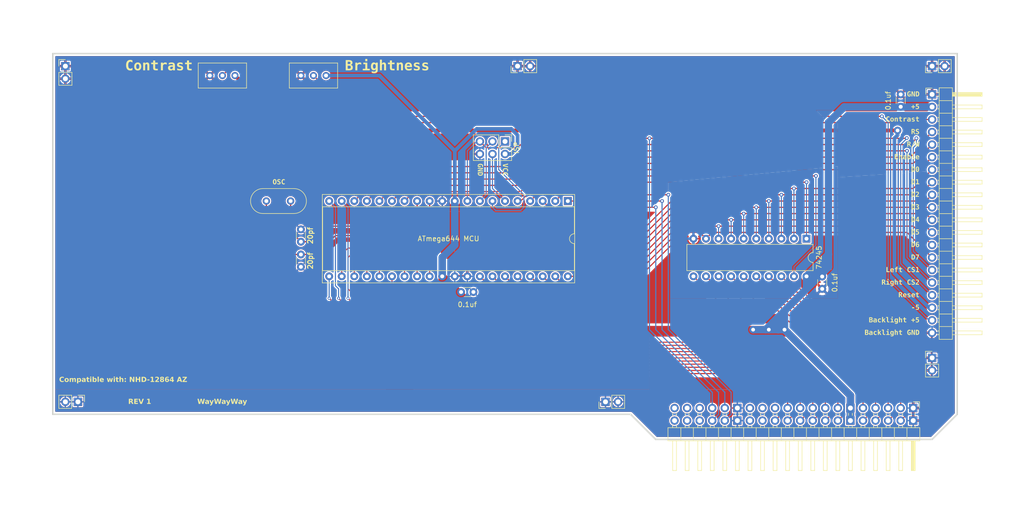
<source format=kicad_pcb>
(kicad_pcb (version 20221018) (generator pcbnew)
  (layers (0 "F.Cu" signal) (31 "B.Cu" signal) (34 "B.Paste" user) (35 "F.Paste" user) (36 "B.SilkS" user "B.Silkscreen") (37 "F.SilkS" user "F.Silkscreen") (38 "B.Mask" user) (39 "F.Mask" user) (44 "Edge.Cuts" user))
  (net 0 "")
  (net 1 "GND")
  (net 2 "D0")
  (net 3 "D1")
  (net 4 "D2")
  (net 5 "D3")
  (net 6 "D4")
  (net 7 "D5")
  (net 8 "D6")
  (net 9 "D7")
  (net 10 "A0")
  (net 11 "A1")
  (net 12 "A2")
  (net 13 "A3")
  (net 14 "A4")
  (net 15 "A5")
  (net 16 "A6")
  (net 17 "A7")
  (net 18 "A8")
  (net 19 "A9")
  (net 20 "A10")
  (net 21 "A11")
  (net 22 "A12")
  (net 23 "A13")
  (net 24 "A14")
  (net 25 "A15")
  (net 26 "A16")
  (net 27 "A17")
  (net 28 "A18")
  (net 29 "A19")
  (net 30 "+5")
  (net 31 "Read")
  (net 32 "Write")
  (net 33 "Select")
  (net 34 "Reset")
  (net 35 "PClock")
  (net 36 "INTRQ")
  (net 37 "RW")
  (net 38 "RS")
  (net 39 "CS1")
  (net 40 "Enable")
  (net 41 "Contrast")
  (net 42 "CS2")
  (net 43 "-5")
  (net 44 "BackLight")
  (net 45 "DD0")
  (net 46 "DD2")
  (net 47 "DD1")
  (net 48 "DD3")
  (net 49 "DD4")
  (net 50 "DD5")
  (net 51 "DD6")
  (net 52 "DD7")
  (net 53 "DEN")
  (net 54 "XTAL1")
  (net 55 "XTAL2")
  (net 56 "Clock")
  (net 57 "MOSI")
  (net 58 "MISO")
  (net 59 "DDR")
  (footprint "Connector_PinHeader_2.54mm:PinHeader_2x20_P2.54mm_Horizontal" (layer "F.Cu") (at 703.56984 441.30984 -90)
    (fp_text reference "20pin conn." hide)
    (fp_text value "PinHeader_2x20_P2.54mm_Horizontal")
  )
  (footprint "Package_DIP:DIP-40_W15.24mm_Socket" (layer "F.Cu") (at 633.73 399.41 -90)
    (fp_text reference "ATmega644 MCU")
    (fp_text value "DIP-40_W15.24mm_Socket")
  )
  (footprint "Potentiometer_THT:Potentiometer_Bourns_3386C_Horizontal" (layer "F.Cu") (at 579.755 374.01 90)
    (fp_text reference " " hide)
    (fp_text value "Potentiometer_Bourns_3386C_Horizontal")
  )
  (footprint "Connector_PinHeader_2.54mm:PinHeader_1x02_P2.54mm_Vertical" (layer "F.Cu") (at 641.345 440.05 90)
    (fp_text reference "REF**" hide)
    (fp_text value "PinHeader_1x02_P2.54mm_Vertical")
  )
  (footprint "Capacitor_THT:C_Disc_D3.0mm_W1.6mm_P2.50mm" (layer "F.Cu") (at 579.755 410.225 -90)
    (fp_text reference "20pf")
    (fp_text value "C_Disc_D3.0mm_W1.6mm_P2.50mm")
  )
  (footprint "Package_DIP:DIP-20_W7.62mm" (layer "F.Cu") (at 681.99 407.03 -90)
    (fp_text reference "74245")
    (fp_text value "DIP-20_W7.62mm")
  )
  (footprint "Connector_PinHeader_2.54mm:PinHeader_1x02_P2.54mm_Vertical" (layer "F.Cu") (at 532.13 372.105)
    (fp_text reference " " hide)
    (fp_text value "PinHeader_1x02_P2.54mm_Vertical")
  )
  (footprint "Capacitor_THT:C_Disc_D3.0mm_W1.6mm_P2.50mm" (layer "F.Cu") (at 685.165 417.19 90)
    (fp_text reference "0.1uf")
    (fp_text value "C_Disc_D3.0mm_W1.6mm_P2.50mm")
  )
  (footprint "Connector_PinHeader_2.54mm:PinHeader_1x02_P2.54mm_Vertical" (layer "F.Cu") (at 623.565 372.105 90)
    (fp_text reference "REF**" hide)
    (fp_text value "PinHeader_1x02_P2.54mm_Vertical")
  )
  (footprint "Connector_PinHeader_2.54mm:PinHeader_1x02_P2.54mm_Vertical" (layer "F.Cu") (at 534.67 440.05 -90)
    (fp_text reference " " hide)
    (fp_text value "PinHeader_1x02_P2.54mm_Vertical")
  )
  (footprint "Capacitor_THT:C_Disc_D3.0mm_W1.6mm_P2.50mm" (layer "F.Cu") (at 612.14 417.825)
    (fp_text reference "0.1uf")
    (fp_text value "C_Disc_D3.0mm_W1.6mm_P2.50mm")
  )
  (footprint "Potentiometer_THT:Potentiometer_Bourns_3386C_Horizontal" (layer "F.Cu") (at 561.34 374.01 90)
    (fp_text reference " " hide)
    (fp_text value "Potentiometer_Bourns_3386C_Horizontal")
  )
  (footprint "Connector_PinHeader_2.54mm:PinHeader_2x03_P2.54mm_Vertical" (layer "F.Cu") (at 621.03 387.345 -90)
    (fp_text reference "ISP")
    (fp_text value "PinHeader_2x03_P2.54mm_Vertical")
  )
  (footprint "Connector_PinHeader_2.54mm:PinHeader_1x02_P2.54mm_Vertical" (layer "F.Cu") (at 707.385 372.105 90)
    (fp_text reference "REF**" hide)
    (fp_text value "PinHeader_1x02_P2.54mm_Vertical")
  )
  (footprint "Connector_PinHeader_2.54mm:PinHeader_1x02_P2.54mm_Vertical" (layer "F.Cu") (at 707.39 431.155)
    (fp_text reference " " hide)
    (fp_text value "PinHeader_1x02_P2.54mm_Vertical")
  )
  (footprint "Crystal:Crystal_HC18-U_Vertical" (layer "F.Cu") (at 577.67 399.41 180)
    (fp_text reference "OSC" hide)
    (fp_text value "Crystal_HC18-U_Vertical")
  )
  (footprint "Capacitor_THT:C_Disc_D3.0mm_W1.6mm_P2.50mm" (layer "F.Cu") (at 579.755 407.645 90)
    (fp_text reference "20pf")
    (fp_text value "C_Disc_D3.0mm_W1.6mm_P2.50mm")
  )
  (footprint "Capacitor_THT:C_Disc_D3.0mm_W1.6mm_P2.50mm" (layer "F.Cu") (at 701.04 377.825 -90)
    (fp_text reference "0.1uf")
    (fp_text value "C_Disc_D3.0mm_W1.6mm_P2.50mm")
  )
  (footprint "Connector_PinHeader_2.54mm:PinHeader_1x20_P2.54mm_Horizontal" (layer "F.Cu") (at 707.385 377.82)
    (fp_text reference " " hide)
    (fp_text value "PinHeader_1x20_P2.54mm_Horizontal")
  )
  (gr_line (start 651.49984 447.65984) (end 646.41984 442.57984) (stroke (width 0.3)) (layer "Edge.Cuts"))
  (gr_line (start 529.59 369.565) (end 712.47 369.565) (stroke (width 0.3)) (layer "Edge.Cuts"))
  (gr_line (start 529.57984 442.57984) (end 529.59 369.565) (stroke (width 0.3)) (layer "Edge.Cuts"))
  (gr_line (start 712.47 442.57984) (end 712.47 369.565) (stroke (width 0.3)) (layer "Edge.Cuts"))
  (gr_line (start 707.39 447.65984) (end 712.47 442.57984) (stroke (width 0.3)) (layer "Edge.Cuts"))
  (gr_line (start 646.41984 442.57984) (end 529.57984 442.57984) (stroke (width 0.3)) (layer "Edge.Cuts"))
  (gr_line (start 651.49984 447.65984) (end 707.39 447.65984) (stroke (width 0.3)) (layer "Edge.Cuts"))
  (gr_text "R/W" (at 704.85 387.98) (layer "F.SilkS") (effects (font (size 1.016 1.016) (thickness 0.127) bold) (justify right)))
  (gr_text "Contrast" (at 704.85 382.9) (layer "F.SilkS") (effects (font (size 1.016 1.016) (thickness 0.127) bold) (justify right)))
  (gr_text "GND" (at 704.85 377.82) (layer "F.SilkS") (effects (font (size 1.016 1.016) (thickness 0.127) bold) (justify right)))
  (gr_text "Reset" (at 704.85 418.46) (layer "F.SilkS") (effects (font (size 1.016 1.016) (thickness 0.127) bold) (justify right)))
  (gr_text "D3" (at 704.85 400.68) (layer "F.SilkS") (effects (font (size 1.016 1.016) (thickness 0.127) bold) (justify right)))
  (gr_text "D0" (at 704.85 393.06) (layer "F.SilkS") (effects (font (size 1.016 1.016) (thickness 0.127) bold) (justify right)))
  (gr_text "+5" (at 704.85 380.36) (layer "F.SilkS") (effects (font (size 1.016 1.016) (thickness 0.127) bold) (justify right)))
  (gr_text "Enable" (at 704.85 390.52) (layer "F.SilkS") (effects (font (size 1.016 1.016) (thickness 0.127) bold) (justify right)))
  (gr_text "Left CS1" (at 704.85 413.38) (layer "F.SilkS") (effects (font (size 1.016 1.016) (thickness 0.127) bold) (justify right)))
  (gr_text "OSC" (at 575.31 395.605) (layer "F.SilkS") (effects (font (size 1.016 1.016) (thickness 0.127) bold)))
  (gr_text "Backlight GND" (at 704.85 426.085) (layer "F.SilkS") (effects (font (size 1.016 1.016) (thickness 0.127) bold) (justify right)))
  (gr_text "REV 1" (at 544.83 440.05) (layer "F.SilkS") (effects (font (size 1.016 1.016) (thickness 0.254) bold) (justify left)))
  (gr_text "VCC" (at 621.03 393.065 270) (layer "F.SilkS") (effects (font (size 1.016 1.016) (thickness 0.127) bold)))
  (gr_text "RS" (at 704.85 385.44) (layer "F.SilkS") (effects (font (size 1.016 1.016) (thickness 0.127) bold) (justify right)))
  (gr_text "Compatible with: NHD-12864 AZ" (at 530.86 435.605) (layer "F.SilkS") (effects (font (size 1.016 1.016) (thickness 0.15875) bold) (justify left)))
  (gr_text "WayWayWay" (at 558.8 440.05) (layer "F.SilkS") (effects (font (size 1.016 1.016) (thickness 0.254) bold) (justify left)))
  (gr_text "GND" (at 615.95 393.065 270) (layer "F.SilkS") (effects (font (size 1.016 1.016) (thickness 0.127) bold)))
  (gr_text "Brightness" (at 588.645 372.11) (layer "F.SilkS") (effects (font (size 2.032 2.032) (thickness 0.127) bold) (justify left)))
  (gr_text "-5" (at 704.85 421) (layer "F.SilkS") (effects (font (size 1.016 1.016) (thickness 0.127) bold) (justify right)))
  (gr_text "Right CS2" (at 704.85 415.92) (layer "F.SilkS") (effects (font (size 1.016 1.016) (thickness 0.127) bold) (justify right)))
  (gr_text "D2" (at 704.85 398.14) (layer "F.SilkS") (effects (font (size 1.016 1.016) (thickness 0.127) bold) (justify right)))
  (gr_text "D5" (at 704.85 405.76) (layer "F.SilkS") (effects (font (size 1.016 1.016) (thickness 0.127) bold) (justify right)))
  (gr_text "D1" (at 704.85 395.6) (layer "F.SilkS") (effects (font (size 1.016 1.016) (thickness 0.127) bold) (justify right)))
  (gr_text "D4" (at 704.85 403.22) (layer "F.SilkS") (effects (font (size 1.016 1.016) (thickness 0.127) bold) (justify right)))
  (gr_text "Contrast" (at 544.195 372.11) (layer "F.SilkS") (effects (font (size 2.032 2.032) (thickness 0.127) bold) (justify left)))
  (gr_text "D7" (at 704.85 410.84) (layer "F.SilkS") (effects (font (size 1.016 1.016) (thickness 0.127) bold) (justify right)))
  (gr_text "D6" (at 704.85 408.3) (layer "F.SilkS") (effects (font (size 1.016 1.016) (thickness 0.127) bold) (justify right)))
  (gr_text "Backlight +5" (at 704.85 423.545) (layer "F.SilkS") (effects (font (size 1.016 1.016) (thickness 0.127) bold) (justify right)))
  (segment (start 613.41 414.65) (end 610.87 414.65) (width 0.2286) (layer "B.Cu") (net 1))
  (segment (start 702.31 442.56968) (end 702.31 438.78) (width 0.2) (layer "F.Cu") (net 2))
  (segment (start 680.72 417.19) (end 679.45 417.19) (width 0.2) (layer "F.Cu") (net 2))
  (segment (start 701.02984 443.84984) (end 702.31 442.56968) (width 0.2) (layer "F.Cu") (net 2))
  (segment (start 702.31 438.78) (end 680.72 417.19) (width 0.2) (layer "F.Cu") (net 2))
  (segment (start 679.45 417.19) (end 676.91 414.65) (width 0.2) (layer "F.Cu") (net 2))
  (segment (start 701.02984 441.30984) (end 701.02984 438.76984) (width 0.2) (layer "F.Cu") (net 3))
  (segment (start 677.545 417.825) (end 674.37 414.65) (width 0.2) (layer "F.Cu") (net 3))
  (segment (start 680.085 417.825) (end 677.545 417.825) (width 0.2) (layer "F.Cu") (net 3))
  (segment (start 701.02984 438.76984) (end 680.085 417.825) (width 0.2) (layer "F.Cu") (net 3))
  (segment (start 699.78016 438.79016) (end 679.45 418.46) (width 0.2) (layer "F.Cu") (net 4))
  (segment (start 675.64 418.46) (end 671.83 414.65) (width 0.2) (layer "F.Cu") (net 4))
  (segment (start 698.5 443.86) (end 699.78016 442.57984) (width 0.2) (layer "F.Cu") (net 4))
  (segment (start 679.45 418.46) (end 675.64 418.46) (width 0.2) (layer "F.Cu") (net 4))
  (segment (start 699.78016 442.57984) (end 699.78016 438.79016) (width 0.2) (layer "F.Cu") (net 4))
  (segment (start 698.5 441.32) (end 698.5 438.78) (width 0.2) (layer "F.Cu") (net 5))
  (segment (start 673.735 419.095) (end 669.29 414.65) (width 0.2) (layer "F.Cu") (net 5))
  (segment (start 678.815 419.095) (end 673.735 419.095) (width 0.2) (layer "F.Cu") (net 5))
  (segment (start 698.5 438.78) (end 678.815 419.095) (width 0.2) (layer "F.Cu") (net 5))
  (segment (start 697.24016 442.57984) (end 697.24016 438.79016) (width 0.2) (layer "F.Cu") (net 6))
  (segment (start 671.83 419.73) (end 666.75 414.65) (width 0.2) (layer "F.Cu") (net 6))
  (segment (start 697.24016 438.79016) (end 678.18 419.73) (width 0.2) (layer "F.Cu") (net 6))
  (segment (start 695.96 443.86) (end 697.24016 442.57984) (width 0.2) (layer "F.Cu") (net 6))
  (segment (start 678.18 419.73) (end 671.83 419.73) (width 0.2) (layer "F.Cu") (net 6))
  (segment (start 695.96 438.78) (end 677.545 420.365) (width 0.2) (layer "F.Cu") (net 7))
  (segment (start 677.545 420.365) (end 669.925 420.365) (width 0.2) (layer "F.Cu") (net 7))
  (segment (start 669.925 420.365) (end 664.21 414.65) (width 0.2) (layer "F.Cu") (net 7))
  (segment (start 695.96 441.32) (end 695.96 438.78) (width 0.2) (layer "F.Cu") (net 7))
  (segment (start 676.91 421) (end 668.02 421) (width 0.2) (layer "F.Cu") (net 8))
  (segment (start 693.42 443.86) (end 694.70016 442.57984) (width 0.2) (layer "F.Cu") (net 8))
  (segment (start 694.70016 442.57984) (end 694.70016 438.79016) (width 0.2) (layer "F.Cu") (net 8))
  (segment (start 668.02 421) (end 661.67 414.65) (width 0.2) (layer "F.Cu") (net 8))
  (segment (start 694.70016 438.79016) (end 676.91 421) (width 0.2) (layer "F.Cu") (net 8))
  (segment (start 666.115 421.635) (end 659.13 414.65) (width 0.2) (layer "F.Cu") (net 9))
  (segment (start 676.275 421.635) (end 666.115 421.635) (width 0.2) (layer "F.Cu") (net 9))
  (segment (start 693.42 441.32) (end 693.42 438.78) (width 0.2) (layer "F.Cu") (net 9))
  (segment (start 693.42 438.78) (end 676.275 421.635) (width 0.2) (layer "F.Cu") (net 9))
  (segment (start 688.34 443.86) (end 689.62016 442.57984) (width 0.2) (layer "F.Cu") (net 10))
  (segment (start 689.62016 442.57984) (end 689.62016 440.06016) (width 0.2) (layer "F.Cu") (net 10))
  (segment (start 607.06 417.19) (end 607.06 410.205) (width 0.2) (layer "F.Cu") (net 10))
  (segment (start 617.855 427.985) (end 607.06 417.19) (width 0.2) (layer "F.Cu") (net 10))
  (segment (start 607.06 410.205) (end 605.79 408.935) (width 0.2) (layer "F.Cu") (net 10))
  (segment (start 605.79 408.935) (end 589.28 408.935) (width 0.2) (layer "F.Cu") (net 10))
  (segment (start 689.62016 440.06016) (end 677.545 427.985) (width 0.2) (layer "F.Cu") (net 10))
  (segment (start 677.545 427.985) (end 617.855 427.985) (width 0.2) (layer "F.Cu") (net 10))
  (segment (start 589.28 408.935) (end 588.01 410.205) (width 0.2) (layer "F.Cu") (net 10))
  (segment (start 588.01 410.205) (end 588.01 414.65) (width 0.2) (layer "F.Cu") (net 10))
  (segment (start 604.52 411.475) (end 603.25 410.205) (width 0.2) (layer "F.Cu") (net 11))
  (segment (start 688.34 440.05) (end 676.91 428.62) (width 0.2) (layer "F.Cu") (net 11))
  (segment (start 591.82 410.205) (end 590.55 411.475) (width 0.2) (layer "F.Cu") (net 11))
  (segment (start 603.25 410.205) (end 591.82 410.205) (width 0.2) (layer "F.Cu") (net 11))
  (segment (start 615.95 428.62) (end 604.52 417.19) (width 0.2) (layer "F.Cu") (net 11))
  (segment (start 590.55 411.475) (end 590.55 414.65) (width 0.2) (layer "F.Cu") (net 11))
  (segment (start 604.52 417.19) (end 604.52 411.475) (width 0.2) (layer "F.Cu") (net 11))
  (segment (start 688.34 441.32) (end 688.34 440.05) (width 0.2) (layer "F.Cu") (net 11))
  (segment (start 676.91 428.62) (end 615.95 428.62) (width 0.2) (layer "F.Cu") (net 11))
  (segment (start 687.08016 442.57984) (end 687.08016 440.06016) (width 0.2) (layer "F.Cu") (net 12))
  (segment (start 601.98 412.745) (end 600.71 411.475) (width 0.2) (layer "F.Cu") (net 12))
  (segment (start 614.045 429.255) (end 601.98 417.19) (width 0.2) (layer "F.Cu") (net 12))
  (segment (start 687.08016 440.06016) (end 676.275 429.255) (width 0.2) (layer "F.Cu") (net 12))
  (segment (start 685.8 443.86) (end 687.08016 442.57984) (width 0.2) (layer "F.Cu") (net 12))
  (segment (start 593.09 412.745) (end 593.09 414.65) (width 0.2) (layer "F.Cu") (net 12))
  (segment (start 594.36 411.475) (end 593.09 412.745) (width 0.2) (layer "F.Cu") (net 12))
  (segment (start 600.71 411.475) (end 594.36 411.475) (width 0.2) (layer "F.Cu") (net 12))
  (segment (start 601.98 417.19) (end 601.98 412.745) (width 0.2) (layer "F.Cu") (net 12))
  (segment (start 676.275 429.255) (end 614.045 429.255) (width 0.2) (layer "F.Cu") (net 12))
  (segment (start 612.14 429.89) (end 599.44 417.19) (width 0.2) (layer "F.Cu") (net 13))
  (segment (start 675.64 429.89) (end 612.14 429.89) (width 0.2) (layer "F.Cu") (net 13))
  (segment (start 595.63 413.38) (end 595.63 414.65) (width 0.2) (layer "F.Cu") (net 13))
  (segment (start 599.44 417.19) (end 599.44 413.38) (width 0.2) (layer "F.Cu") (net 13))
  (segment (start 599.44 413.38) (end 598.805 412.745) (width 0.2) (layer "F.Cu") (net 13))
  (segment (start 596.265 412.745) (end 595.63 413.38) (width 0.2) (layer "F.Cu") (net 13))
  (segment (start 685.8 440.05) (end 675.64 429.89) (width 0.2) (layer "F.Cu") (net 13))
  (segment (start 598.805 412.745) (end 596.265 412.745) (width 0.2) (layer "F.Cu") (net 13))
  (segment (start 685.8 441.32) (end 685.8 440.05) (width 0.2) (layer "F.Cu") (net 13))
  (segment (start 683.26 443.86) (end 684.54016 442.57984) (width 0.2) (layer "F.Cu") (net 14))
  (segment (start 610.235 430.525) (end 598.17 418.46) (width 0.2) (layer "F.Cu") (net 14))
  (segment (start 675.005 430.525) (end 610.235 430.525) (width 0.2) (layer "F.Cu") (net 14))
  (segment (start 684.54016 440.06016) (end 675.005 430.525) (width 0.2) (layer "F.Cu") (net 14))
  (segment (start 598.17 418.46) (end 598.17 414.65) (width 0.2) (layer "F.Cu") (net 14))
  (segment (start 684.54016 442.57984) (end 684.54016 440.06016) (width 0.2) (layer "F.Cu") (net 14))
  (segment (start 595.63 412.11) (end 599.44 412.11) (width 0.2) (layer "F.Cu") (net 15))
  (segment (start 599.44 412.11) (end 600.71 413.38) (width 0.2) (layer "F.Cu") (net 15))
  (segment (start 608.33 431.16) (end 594.36 417.19) (width 0.2) (layer "F.Cu") (net 15))
  (segment (start 594.36 417.19) (end 594.36 413.38) (width 0.2) (layer "F.Cu") (net 15))
  (segment (start 683.26 441.32) (end 683.26 440.05) (width 0.2) (layer "F.Cu") (net 15))
  (segment (start 600.71 413.38) (end 600.71 414.65) (width 0.2) (layer "F.Cu") (net 15))
  (segment (start 674.37 431.16) (end 608.33 431.16) (width 0.2) (layer "F.Cu") (net 15))
  (segment (start 683.26 440.05) (end 674.37 431.16) (width 0.2) (layer "F.Cu") (net 15))
  (segment (start 594.36 413.38) (end 595.63 412.11) (width 0.2) (layer "F.Cu") (net 15))
  (segment (start 601.98 410.84) (end 603.25 412.11) (width 0.2) (layer "F.Cu") (net 16))
  (segment (start 606.425 431.795) (end 591.82 417.19) (width 0.2) (layer "F.Cu") (net 16))
  (segment (start 591.82 412.11) (end 593.09 410.84) (width 0.2) (layer "F.Cu") (net 16))
  (segment (start 680.72 443.86) (end 682.00016 442.57984) (width 0.2) (layer "F.Cu") (net 16))
  (segment (start 591.82 417.19) (end 591.82 412.11) (width 0.2) (layer "F.Cu") (net 16))
  (segment (start 682.00016 440.06016) (end 673.735 431.795) (width 0.2) (layer "F.Cu") (net 16))
  (segment (start 682.00016 442.57984) (end 682.00016 440.06016) (width 0.2) (layer "F.Cu") (net 16))
  (segment (start 593.09 410.84) (end 601.98 410.84) (width 0.2) (layer "F.Cu") (net 16))
  (segment (start 673.735 431.795) (end 606.425 431.795) (width 0.2) (layer "F.Cu") (net 16))
  (segment (start 603.25 412.11) (end 603.25 414.65) (width 0.2) (layer "F.Cu") (net 16))
  (segment (start 604.52 432.43) (end 589.28 417.19) (width 0.2) (layer "F.Cu") (net 17))
  (segment (start 680.72 441.32) (end 680.72 440.05) (width 0.2) (layer "F.Cu") (net 17))
  (segment (start 673.1 432.43) (end 604.52 432.43) (width 0.2) (layer "F.Cu") (net 17))
  (segment (start 680.72 440.05) (end 673.1 432.43) (width 0.2) (layer "F.Cu") (net 17))
  (segment (start 605.79 410.84) (end 605.79 414.65) (width 0.2) (layer "F.Cu") (net 17))
  (segment (start 590.55 409.57) (end 604.52 409.57) (width 0.2) (layer "F.Cu") (net 17))
  (segment (start 589.28 410.84) (end 590.55 409.57) (width 0.2) (layer "F.Cu") (net 17))
  (segment (start 589.28 417.19) (end 589.28 410.84) (width 0.2) (layer "F.Cu") (net 17))
  (segment (start 604.52 409.57) (end 605.79 410.84) (width 0.2) (layer "F.Cu") (net 17))
  (segment (start 679.45 440.05) (end 672.465 433.065) (width 0.2286) (layer "F.Cu") (net 18))
  (segment (start 678.16984 443.84984) (end 679.42968 442.59) (width 0.2286) (layer "F.Cu") (net 18))
  (segment (start 679.45 442.59) (end 679.45 440.05) (width 0.2286) (layer "F.Cu") (net 18))
  (segment (start 679.42968 442.59) (end 679.45 442.59) (width 0.2286) (layer "F.Cu") (net 18))
  (segment (start 603.25 433.065) (end 589.28 419.095) (width 0.2286) (layer "F.Cu") (net 18))
  (segment (start 672.465 433.065) (end 603.25 433.065) (width 0.2286) (layer "F.Cu") (net 18))
  (via (at 589.28 419.095) (size 0.6) (drill 0.3) (layers "F.Cu" "B.Cu") (net 18))
  (segment (start 589.28 400.68) (end 589.28 419.095) (width 0.2286) (layer "B.Cu") (net 18))
  (segment (start 588.01 399.41) (end 589.28 400.68) (width 0.2286) (layer "B.Cu") (net 18))
  (segment (start 678.18 440.05) (end 671.83 433.7) (width 0.2286) (layer "F.Cu") (net 19))
  (segment (start 671.83 433.7) (end 601.98 433.7) (width 0.2286) (layer "F.Cu") (net 19))
  (segment (start 678.16984 441.30984) (end 678.16984 440.06016) (width 0.2286) (layer "F.Cu") (net 19))
  (segment (start 601.98 433.7) (end 587.375 419.095) (width 0.2286) (layer "F.Cu") (net 19))
  (segment (start 678.16984 440.06016) (end 678.18 440.05) (width 0.2286) (layer "F.Cu") (net 19))
  (via (at 587.375 419.095) (size 0.6) (drill 0.3) (layers "F.Cu" "B.Cu") (net 19))
  (segment (start 586.74 416.555) (end 587.375 417.19) (width 0.2286) (layer "B.Cu") (net 19))
  (segment (start 587.375 417.19) (end 587.375 419.095) (width 0.2286) (layer "B.Cu") (net 19))
  (segment (start 586.74 400.68) (end 586.74 416.555) (width 0.2286) (layer "B.Cu") (net 19))
  (segment (start 585.47 399.41) (end 586.74 400.68) (width 0.2286) (layer "B.Cu") (net 19))
  (segment (start 671.195 434.335) (end 600.71 434.335) (width 0.2286) (layer "F.Cu") (net 20))
  (segment (start 676.91 440.05) (end 671.195 434.335) (width 0.2286) (layer "F.Cu") (net 20))
  (segment (start 676.91 442.59) (end 676.91 440.05) (width 0.2286) (layer "F.Cu") (net 20))
  (segment (start 600.71 434.335) (end 585.47 419.095) (width 0.2286) (layer "F.Cu") (net 20))
  (segment (start 676.88968 442.59) (end 676.91 442.59) (width 0.2286) (layer "F.Cu") (net 20))
  (segment (start 675.62984 443.84984) (end 676.88968 442.59) (width 0.2286) (layer "F.Cu") (net 20))
  (via (at 585.47 419.095) (size 0.6) (drill 0.3) (layers "F.Cu" "B.Cu") (net 20))
  (segment (start 585.47 414.65) (end 585.47 419.095) (width 0.2286) (layer "B.Cu") (net 20))
  (segment (start 677.545 425.445) (end 690.86984 438.76984) (width 1.524) (layer "F.Cu") (net 30))
  (segment (start 608.33 414.65) (end 619.125 425.445) (width 1.524) (layer "F.Cu") (net 30))
  (segment (start 608.33 415.6025) (end 618.8075 426.08) (width 1.524) (layer "F.Cu") (net 30))
  (segment (start 608.33 414.65) (end 608.33 415.6025) (width 1.524) (layer "F.Cu") (net 30))
  (segment (start 618.8075 426.08) (end 678.18 426.08) (width 1.524) (layer "F.Cu") (net 30))
  (segment (start 690.86984 438.76984) (end 690.86984 443.84984) (width 1.524) (layer "F.Cu") (net 30))
  (segment (start 619.125 425.445) (end 677.545 425.445) (width 1.524) (layer "F.Cu") (net 30))
  (via (at 671.195 425.445) (size 1.524) (drill 0.762) (layers "F.Cu" "B.Cu") (net 30))
  (via (at 677.545 425.445) (size 1.524) (drill 0.762) (layers "F.Cu" "B.Cu") (net 30))
  (via (at 674.37 425.445) (size 1.524) (drill 0.762) (layers "F.Cu" "B.Cu") (net 30))
  (segment (start 622.3 389.885) (end 621.03 389.885) (width 0.762) (layer "B.Cu") (net 30))
  (segment (start 584.835 374.01) (end 595.63 374.01) (width 0.762) (layer "B.Cu") (net 30))
  (segment (start 610.87 389.25) (end 615.315 384.805) (width 0.762) (layer "B.Cu") (net 30))
  (segment (start 686.435 383.535) (end 689.61 380.36) (width 1.524) (layer "B.Cu") (net 30))
  (segment (start 677.545 425.445) (end 677.545 421.635) (width 1.524) (layer "B.Cu") (net 30))
  (segment (start 610.87 399.41) (end 610.87 389.25) (width 0.762) (layer "B.Cu") (net 30))
  (segment (start 682.625 415.285) (end 686.1175 411.7925) (width 1.524) (layer "B.Cu") (net 30))
  (segment (start 622.3 384.805) (end 623.57 386.075) (width 0.762) (layer "B.Cu") (net 30))
  (segment (start 615.315 384.805) (end 622.3 384.805) (width 0.762) (layer "B.Cu") (net 30))
  (segment (start 677.545 421.635) (end 673.735 425.445) (width 1.524) (layer "B.Cu") (net 30))
  (segment (start 608.33 414.65) (end 608.33 410.84) (width 1.524) (layer "B.Cu") (net 30))
  (segment (start 681.99 414.65) (end 681.99 417.19) (width 1.524) (layer "B.Cu") (net 30))
  (segment (start 623.57 388.615) (end 622.3 389.885) (width 0.762) (layer "B.Cu") (net 30))
  (segment (start 681.99 414.65) (end 686.435 410.205) (width 1.524) (layer "B.Cu") (net 30))
  (segment (start 686.435 412.745) (end 686.435 410.205) (width 1.524) (layer "B.Cu") (net 30))
  (segment (start 681.99 417.19) (end 686.435 412.745) (width 1.524) (layer "B.Cu") (net 30))
  (segment (start 676.275 425.445) (end 671.195 425.445) (width 1.524) (layer "B.Cu") (net 30))
  (segment (start 689.61 380.36) (end 707.385 380.36) (width 1.524) (layer "B.Cu") (net 30))
  (segment (start 681.99 417.19) (end 677.545 421.635) (width 1.524) (layer "B.Cu") (net 30))
  (segment (start 690.86984 438.76984) (end 690.86984 443.84984) (width 1.524) (layer "B.Cu") (net 30))
  (segment (start 676.275 425.445) (end 676.275 423.54) (width 1.524) (layer "B.Cu") (net 30))
  (segment (start 595.63 374.01) (end 610.87 389.25) (width 0.762) (layer "B.Cu") (net 30))
  (segment (start 677.8625 425.7625) (end 690.86984 438.76984) (width 1.524) (layer "B.Cu") (net 30))
  (segment (start 677.545 425.445) (end 676.275 425.445) (width 1.524) (layer "B.Cu") (net 30))
  (segment (start 623.57 386.075) (end 623.57 388.615) (width 0.762) (layer "B.Cu") (net 30))
  (segment (start 608.33 410.84) (end 610.87 408.3) (width 1.524) (layer "B.Cu") (net 30))
  (segment (start 686.435 410.205) (end 686.435 383.535) (width 1.524) (layer "B.Cu") (net 30))
  (segment (start 610.87 408.3) (end 610.87 399.41) (width 1.524) (layer "B.Cu") (net 30))
  (segment (start 654.05 398.14) (end 632.46 398.14) (width 0.2286) (layer "F.Cu") (net 31))
  (segment (start 632.46 398.14) (end 631.19 399.41) (width 0.2286) (layer "F.Cu") (net 31))
  (via (at 654.05 398.14) (size 0.762) (drill 0.381) (layers "F.Cu" "B.Cu") (net 31))
  (segment (start 654.05 425.445) (end 666.75 438.145) (width 0.2286) (layer "B.Cu") (net 31))
  (segment (start 654.05 398.14) (end 654.05 425.445) (width 0.2286) (layer "B.Cu") (net 31))
  (segment (start 666.75 438.145) (end 666.75 442.56968) (width 0.2286) (layer "B.Cu") (net 31))
  (segment (start 666.75 442.56968) (end 665.46984 443.84984) (width 0.2286) (layer "B.Cu") (net 31))
  (segment (start 652.78 399.41) (end 633.73 399.41) (width 0.2286) (layer "F.Cu") (net 32))
  (via (at 652.78 399.41) (size 0.762) (drill 0.381) (layers "F.Cu" "B.Cu") (net 32))
  (segment (start 652.78 425.445) (end 665.46984 438.13484) (width 0.2286) (layer "B.Cu") (net 32))
  (segment (start 665.46984 438.13484) (end 665.46984 441.30984) (width 0.2286) (layer "B.Cu") (net 32))
  (segment (start 652.78 399.41) (end 652.78 425.445) (width 0.2286) (layer "B.Cu") (net 32))
  (segment (start 651.51 400.68) (end 629.92 400.68) (width 0.2286) (layer "F.Cu") (net 33))
  (segment (start 629.92 400.68) (end 628.65 399.41) (width 0.2286) (layer "F.Cu") (net 33))
  (via (at 651.51 400.68) (size 0.762) (drill 0.381) (layers "F.Cu" "B.Cu") (net 33))
  (segment (start 651.51 400.68) (end 651.51 425.445) (width 0.2286) (layer "B.Cu") (net 33))
  (segment (start 664.21 438.145) (end 664.21 442.56968) (width 0.2286) (layer "B.Cu") (net 33))
  (segment (start 664.21 442.56968) (end 662.92984 443.84984) (width 0.2286) (layer "B.Cu") (net 33))
  (segment (start 651.51 425.445) (end 664.21 438.145) (width 0.2286) (layer "B.Cu") (net 33))
  (segment (start 702.262848 386.662848) (end 702.215696 386.71) (width 0.2286) (layer "F.Cu") (net 34))
  (segment (start 702.215696 386.71) (end 625.475 386.71) (width 0.2286) (layer "F.Cu") (net 34))
  (segment (start 623.57 388.615) (end 617.22 388.615) (width 0.2286) (layer "F.Cu") (net 34))
  (segment (start 625.475 386.71) (end 623.57 388.615) (width 0.2286) (layer "F.Cu") (net 34))
  (segment (start 617.22 388.615) (end 615.95 387.345) (width 0.2286) (layer "F.Cu") (net 34))
  (via (at 702.262848 386.662848) (size 0.762) (drill 0.381) (layers "F.Cu" "B.Cu") (net 34))
  (via (at 650.24 386.71) (size 0.762) (drill 0.381) (layers "F.Cu" "B.Cu") (net 34))
  (segment (start 702.262848 386.757152) (end 701.04 387.98) (width 0.2286) (layer "B.Cu") (net 34))
  (segment (start 615.315 387.345) (end 613.41 389.25) (width 0.2286) (layer "B.Cu") (net 34))
  (segment (start 615.95 387.345) (end 615.315 387.345) (width 0.2286) (layer "B.Cu") (net 34))
  (segment (start 650.24 425.445) (end 662.92984 438.13484) (width 0.2286) (layer "B.Cu") (net 34))
  (segment (start 701.04 412.115) (end 707.385 418.46) (width 0.2286) (layer "B.Cu") (net 34))
  (segment (start 662.92984 438.13484) (end 662.92984 441.30984) (width 0.2286) (layer "B.Cu") (net 34))
  (segment (start 613.41 389.25) (end 613.41 399.41) (width 0.2286) (layer "B.Cu") (net 34))
  (segment (start 702.262848 386.662848) (end 702.262848 386.757152) (width 0.2286) (layer "B.Cu") (net 34))
  (segment (start 650.24 386.71) (end 650.24 425.445) (width 0.2286) (layer "B.Cu") (net 34))
  (segment (start 701.04 387.98) (end 701.04 412.115) (width 0.2286) (layer "B.Cu") (net 34))
  (segment (start 623.57 396.235) (end 601.345 396.235) (width 0.2286) (layer "F.Cu") (net 37))
  (segment (start 628.015 391.79) (end 623.57 396.235) (width 0.2286) (layer "F.Cu") (net 37))
  (segment (start 601.345 396.235) (end 598.17 399.41) (width 0.2286) (layer "F.Cu") (net 37))
  (segment (start 707.385 387.98) (end 707.385 387.985) (width 0.2286) (layer "F.Cu") (net 37))
  (segment (start 707.385 387.985) (end 703.58 391.79) (width 0.2286) (layer "F.Cu") (net 37))
  (segment (start 703.58 391.79) (end 628.015 391.79) (width 0.2286) (layer "F.Cu") (net 37))
  (segment (start 707.385 385.44) (end 704.723 388.102) (width 0.2286) (layer "F.Cu") (net 38))
  (segment (start 704.723 388.102) (end 704.723 388.742) (width 0.2286) (layer "F.Cu") (net 38))
  (segment (start 627.38 390.52) (end 622.935 394.965) (width 0.2286) (layer "F.Cu") (net 38))
  (segment (start 704.723 388.742) (end 702.945 390.52) (width 0.2286) (layer "F.Cu") (net 38))
  (segment (start 702.945 390.52) (end 627.38 390.52) (width 0.2286) (layer "F.Cu") (net 38))
  (segment (start 622.935 394.965) (end 600.075 394.965) (width 0.2286) (layer "F.Cu") (net 38))
  (segment (start 600.075 394.965) (end 595.63 399.41) (width 0.2286) (layer "F.Cu") (net 38))
  (segment (start 626.11 387.98) (end 621.665 392.425) (width 0.2286) (layer "F.Cu") (net 39))
  (segment (start 621.665 392.425) (end 597.535 392.425) (width 0.2286) (layer "F.Cu") (net 39))
  (segment (start 704.215 386.71) (end 702.945 387.98) (width 0.2286) (layer "F.Cu") (net 39))
  (segment (start 702.945 387.98) (end 626.11 387.98) (width 0.2286) (layer "F.Cu") (net 39))
  (segment (start 597.535 392.425) (end 590.55 399.41) (width 0.2286) (layer "F.Cu") (net 39))
  (via (at 704.215 386.71) (size 0.762) (drill 0.381) (layers "F.Cu" "B.Cu") (net 39))
  (segment (start 703.58 388.615) (end 703.58 409.575) (width 0.2286) (layer "B.Cu") (net 39))
  (segment (start 704.215 387.98) (end 703.58 388.615) (width 0.2286) (layer "B.Cu") (net 39))
  (segment (start 703.58 409.575) (end 707.385 413.38) (width 0.2286) (layer "B.Cu") (net 39))
  (segment (start 704.215 386.71) (end 704.215 387.98) (width 0.2286) (layer "B.Cu") (net 39))
  (segment (start 624.205 397.505) (end 602.615 397.505) (width 0.2286) (layer "F.Cu") (net 40))
  (segment (start 707.385 390.52) (end 704.845 393.06) (width 0.2286) (layer "F.Cu") (net 40))
  (segment (start 628.65 393.06) (end 624.205 397.505) (width 0.2286) (layer "F.Cu") (net 40))
  (segment (start 602.615 397.505) (end 600.71 399.41) (width 0.2286) (layer "F.Cu") (net 40))
  (segment (start 704.845 393.06) (end 628.65 393.06) (width 0.2286) (layer "F.Cu") (net 40))
  (segment (start 707.385 382.9) (end 699.643 382.9) (width 0.2286) (layer "F.Cu") (net 41))
  (segment (start 699.008 383.535) (end 577.85 383.535) (width 0.2286) (layer "F.Cu") (net 41))
  (segment (start 699.643 382.9) (end 699.008 383.535) (width 0.2286) (layer "F.Cu") (net 41))
  (segment (start 567.055 372.74) (end 565.15 372.74) (width 0.2286) (layer "F.Cu") (net 41))
  (segment (start 565.15 372.74) (end 563.88 374.01) (width 0.2286) (layer "F.Cu") (net 41))
  (segment (start 577.85 383.535) (end 567.055 372.74) (width 0.2286) (layer "F.Cu") (net 41))
  (segment (start 598.805 393.695) (end 593.09 399.41) (width 0.2286) (layer "F.Cu") (net 42))
  (segment (start 626.745 389.25) (end 622.3 393.695) (width 0.2286) (layer "F.Cu") (net 42))
  (segment (start 622.3 393.695) (end 598.805 393.695) (width 0.2286) (layer "F.Cu") (net 42))
  (segment (start 702.31 389.25) (end 626.745 389.25) (width 0.2286) (layer "F.Cu") (net 42))
  (via (at 702.31 389.25) (size 0.762) (drill 0.381) (layers "F.Cu" "B.Cu") (net 42))
  (segment (start 703.58 412.115) (end 707.385 415.92) (width 0.2286) (layer "B.Cu") (net 42))
  (segment (start 703.58 412.11) (end 703.58 412.115) (width 0.2286) (layer "B.Cu") (net 42))
  (segment (start 702.31 410.84) (end 703.58 412.11) (width 0.2286) (layer "B.Cu") (net 42))
  (segment (start 702.31 389.25) (end 702.31 410.84) (width 0.2286) (layer "B.Cu") (net 42))
  (segment (start 577.5325 385.1225) (end 566.42 374.01) (width 0.762) (layer "F.Cu") (net 43))
  (segment (start 700.405 385.1225) (end 577.5325 385.1225) (width 0.762) (layer "F.Cu") (net 43))
  (via (at 700.405 385.1225) (size 1.524) (drill 0.762) (layers "F.Cu" "B.Cu") (net 43))
  (segment (start 700.405 386.075) (end 699.77 386.71) (width 0.762) (layer "B.Cu") (net 43))
  (segment (start 700.405 385.1225) (end 700.405 386.075) (width 0.762) (layer "B.Cu") (net 43))
  (segment (start 706.7525 421) (end 707.385 421) (width 0.762) (layer "B.Cu") (net 43))
  (segment (start 699.77 386.71) (end 699.77 414.0175) (width 0.762) (layer "B.Cu") (net 43))
  (segment (start 699.77 414.0175) (end 706.7525 421) (width 0.762) (layer "B.Cu") (net 43))
  (segment (start 590.55 382.265) (end 582.295 374.01) (width 0.2286) (layer "F.Cu") (net 44))
  (segment (start 697.23 382.265) (end 590.55 382.265) (width 0.2286) (layer "F.Cu") (net 44))
  (via (at 697.23 382.265) (size 0.762) (drill 0.381) (layers "F.Cu" "B.Cu") (net 44))
  (segment (start 698.5 415.285) (end 706.755 423.54) (width 0.2286) (layer "B.Cu") (net 44))
  (segment (start 697.23 382.265) (end 698.5 383.535) (width 0.2286) (layer "B.Cu") (net 44))
  (segment (start 698.5 383.535) (end 698.5 415.285) (width 0.2286) (layer "B.Cu") (net 44))
  (segment (start 706.755 423.54) (end 707.385 423.54) (width 0.2286) (layer "B.Cu") (net 44))
  (segment (start 679.45 396.87) (end 657.225 396.87) (width 0.2286) (layer "F.Cu") (net 45))
  (segment (start 707.39 393.06) (end 707.385 393.06) (width 0.2286) (layer "F.Cu") (net 45))
  (segment (start 657.225 396.87) (end 639.445 414.65) (width 0.2286) (layer "F.Cu") (net 45))
  (segment (start 639.445 414.65) (end 633.73 414.65) (width 0.2286) (layer "F.Cu") (net 45))
  (segment (start 703.575 396.87) (end 679.45 396.87) (width 0.2286) (layer "F.Cu") (net 45))
  (segment (start 707.385 393.06) (end 703.575 396.87) (width 0.2286) (layer "F.Cu") (net 45))
  (via (at 679.45 396.87) (size 0.762) (drill 0.381) (layers "F.Cu" "B.Cu") (net 45))
  (segment (start 679.45 396.87) (end 679.45 407.03) (width 0.2286) (layer "B.Cu") (net 45))
  (segment (start 707.385 398.14) (end 706.115 399.41) (width 0.2286) (layer "F.Cu") (net 46))
  (segment (start 639.445 417.19) (end 631.19 417.19) (width 0.2286) (layer "F.Cu") (net 46))
  (segment (start 631.19 417.19) (end 628.65 414.65) (width 0.2286) (layer "F.Cu") (net 46))
  (segment (start 657.225 399.41) (end 639.445 417.19) (width 0.2286) (layer "F.Cu") (net 46))
  (segment (start 706.115 399.41) (end 674.37 399.41) (width 0.2286) (layer "F.Cu") (net 46))
  (segment (start 674.37 399.41) (end 657.225 399.41) (width 0.2286) (layer "F.Cu") (net 46))
  (via (at 674.37 399.41) (size 0.762) (drill 0.381) (layers "F.Cu" "B.Cu") (net 46))
  (segment (start 674.37 399.41) (end 674.37 407.03) (width 0.2286) (layer "B.Cu") (net 46))
  (segment (start 676.91 398.14) (end 657.225 398.14) (width 0.2286) (layer "F.Cu") (net 47))
  (segment (start 657.225 398.14) (end 639.445 415.92) (width 0.2286) (layer "F.Cu") (net 47))
  (segment (start 704.845 398.14) (end 676.91 398.14) (width 0.2286) (layer "F.Cu") (net 47))
  (segment (start 639.445 415.92) (end 632.46 415.92) (width 0.2286) (layer "F.Cu") (net 47))
  (segment (start 707.385 395.6) (end 704.845 398.14) (width 0.2286) (layer "F.Cu") (net 47))
  (segment (start 632.46 415.92) (end 631.19 414.65) (width 0.2286) (layer "F.Cu") (net 47))
  (via (at 676.91 398.14) (size 0.762) (drill 0.381) (layers "F.Cu" "B.Cu") (net 47))
  (segment (start 676.91 398.14) (end 676.91 407.03) (width 0.2286) (layer "B.Cu") (net 47))
  (segment (start 639.445 418.46) (end 629.92 418.46) (width 0.2286) (layer "F.Cu") (net 48))
  (segment (start 629.92 418.46) (end 626.11 414.65) (width 0.2286) (layer "F.Cu") (net 48))
  (segment (start 657.225 400.68) (end 639.445 418.46) (width 0.2286) (layer "F.Cu") (net 48))
  (segment (start 671.83 400.68) (end 657.225 400.68) (width 0.2286) (layer "F.Cu") (net 48))
  (segment (start 707.385 400.68) (end 671.83 400.68) (width 0.2286) (layer "F.Cu") (net 48))
  (via (at 671.83 400.68) (size 0.762) (drill 0.381) (layers "F.Cu" "B.Cu") (net 48))
  (segment (start 671.83 400.68) (end 671.83 407.03) (width 0.2286) (layer "B.Cu") (net 48))
  (segment (start 707.385 403.22) (end 706.115 401.95) (width 0.2286) (layer "F.Cu") (net 49))
  (segment (start 657.225 401.95) (end 639.445 419.73) (width 0.2286) (layer "F.Cu") (net 49))
  (segment (start 628.65 419.73) (end 623.57 414.65) (width 0.2286) (layer "F.Cu") (net 49))
  (segment (start 639.445 419.73) (end 628.65 419.73) (width 0.2286) (layer "F.Cu") (net 49))
  (segment (start 706.115 401.95) (end 669.29 401.95) (width 0.2286) (layer "F.Cu") (net 49))
  (segment (start 669.29 401.95) (end 657.225 401.95) (width 0.2286) (layer "F.Cu") (net 49))
  (via (at 669.29 401.95) (size 0.762) (drill 0.381) (layers "F.Cu" "B.Cu") (net 49))
  (segment (start 669.29 401.95) (end 669.29 407.03) (width 0.2286) (layer "B.Cu") (net 49))
  (segment (start 627.38 421) (end 621.03 414.65) (width 0.2286) (layer "F.Cu") (net 50))
  (segment (start 707.385 405.76) (end 704.845 403.22) (width 0.2286) (layer "F.Cu") (net 50))
  (segment (start 704.845 403.22) (end 666.75 403.22) (width 0.2286) (layer "F.Cu") (net 50))
  (segment (start 657.225 403.22) (end 639.445 421) (width 0.2286) (layer "F.Cu") (net 50))
  (segment (start 666.75 403.22) (end 657.225 403.22) (width 0.2286) (layer "F.Cu") (net 50))
  (segment (start 639.445 421) (end 627.38 421) (width 0.2286) (layer "F.Cu") (net 50))
  (via (at 666.75 403.22) (size 0.762) (drill 0.381) (layers "F.Cu" "B.Cu") (net 50))
  (segment (start 666.75 403.22) (end 666.75 407.03) (width 0.2286) (layer "B.Cu") (net 50))
  (segment (start 664.21 404.49) (end 657.225 404.49) (width 0.2286) (layer "F.Cu") (net 51))
  (segment (start 707.385 408.3) (end 703.575 404.49) (width 0.2286) (layer "F.Cu") (net 51))
  (segment (start 639.445 422.27) (end 626.11 422.27) (width 0.2286) (layer "F.Cu") (net 51))
  (segment (start 626.11 422.27) (end 618.49 414.65) (width 0.2286) (layer "F.Cu") (net 51))
  (segment (start 657.225 404.49) (end 639.445 422.27) (width 0.2286) (layer "F.Cu") (net 51))
  (segment (start 703.575 404.49) (end 664.21 404.49) (width 0.2286) (layer "F.Cu") (net 51))
  (via (at 664.21 404.49) (size 0.762) (drill 0.381) (layers "F.Cu" "B.Cu") (net 51))
  (segment (start 664.21 404.49) (end 664.21 407.03) (width 0.2286) (layer "B.Cu") (net 51))
  (segment (start 624.84 423.54) (end 615.95 414.65) (width 0.2286) (layer "F.Cu") (net 52))
  (segment (start 661.67 407.03) (end 660.4 405.76) (width 0.2286) (layer "F.Cu") (net 52))
  (segment (start 707.385 410.84) (end 702.305 405.76) (width 0.2286) (layer "F.Cu") (net 52))
  (segment (start 657.225 405.76) (end 639.445 423.54) (width 0.2286) (layer "F.Cu") (net 52))
  (segment (start 660.4 405.76) (end 657.225 405.76) (width 0.2286) (layer "F.Cu") (net 52))
  (segment (start 639.445 423.54) (end 624.84 423.54) (width 0.2286) (layer "F.Cu") (net 52))
  (segment (start 702.305 405.76) (end 662.94 405.76) (width 0.2286) (layer "F.Cu") (net 52))
  (segment (start 662.94 405.76) (end 661.67 407.03) (width 0.2286) (layer "F.Cu") (net 52))
  (segment (start 683.895 394.33) (end 629.285 394.33) (width 0.2286) (layer "F.Cu") (net 53))
  (segment (start 624.205 399.41) (end 623.57 399.41) (width 0.2286) (layer "F.Cu") (net 53))
  (segment (start 629.285 394.33) (end 624.205 399.41) (width 0.2286) (layer "F.Cu") (net 53))
  (via (at 683.895 394.33) (size 0.762) (drill 0.381) (layers "F.Cu" "B.Cu") (net 53))
  (segment (start 679.45 412.745) (end 679.45 414.65) (width 0.2) (layer "B.Cu") (net 53))
  (segment (start 683.895 408.3) (end 683.895 394.33) (width 0.2286) (layer "B.Cu") (net 53))
  (segment (start 683.895 408.3) (end 679.45 412.745) (width 0.2) (layer "B.Cu") (net 53))
  (segment (start 582.95 407.645) (end 586.105 404.49) (width 0.25) (layer "F.Cu") (net 54))
  (segment (start 600.075 404.49) (end 603.25 401.315) (width 0.25) (layer "F.Cu") (net 54))
  (segment (start 577.67 405.56) (end 579.755 407.645) (width 0.25) (layer "F.Cu") (net 54))
  (segment (start 586.105 404.49) (end 600.075 404.49) (width 0.25) (layer "F.Cu") (net 54))
  (segment (start 577.67 399.41) (end 577.67 405.56) (width 0.25) (layer "F.Cu") (net 54))
  (segment (start 579.755 407.645) (end 582.95 407.645) (width 0.25) (layer "F.Cu") (net 54))
  (segment (start 603.25 401.315) (end 603.25 399.41) (width 0.25) (layer "F.Cu") (net 54))
  (segment (start 577.235 410.225) (end 579.755 410.225) (width 0.25) (layer "F.Cu") (net 55))
  (segment (start 605.79 401.95) (end 605.79 399.41) (width 0.25) (layer "F.Cu") (net 55))
  (segment (start 572.77 399.41) (end 572.77 405.76) (width 0.25) (layer "F.Cu") (net 55))
  (segment (start 582.91 410.225) (end 586.74 406.395) (width 0.25) (layer "F.Cu") (net 55))
  (segment (start 586.74 406.395) (end 601.345 406.395) (width 0.25) (layer "F.Cu") (net 55))
  (segment (start 579.755 410.225) (end 582.91 410.225) (width 0.25) (layer "F.Cu") (net 55))
  (segment (start 601.345 406.395) (end 605.79 401.95) (width 0.25) (layer "F.Cu") (net 55))
  (segment (start 572.77 405.76) (end 577.235 410.225) (width 0.25) (layer "F.Cu") (net 55))
  (segment (start 618.49 387.345) (end 617.22 388.615) (width 0.2286) (layer "B.Cu") (net 56))
  (segment (start 617.22 388.615) (end 617.22 398.14) (width 0.2286) (layer "B.Cu") (net 56))
  (segment (start 617.22 398.14) (end 615.95 399.41) (width 0.2286) (layer "B.Cu") (net 56))
  (segment (start 621.03 399.41) (end 618.49 396.87) (width 0.2286) (layer "B.Cu") (net 57))
  (segment (start 618.49 396.87) (end 618.49 389.885) (width 0.2286) (layer "B.Cu") (net 57))
  (segment (start 621.03 387.345) (end 619.76 388.615) (width 0.2286) (layer "B.Cu") (net 58))
  (segment (start 619.125 401.315) (end 618.49 400.68) (width 0.2286) (layer "B.Cu") (net 58))
  (segment (start 618.49 400.68) (end 618.49 399.41) (width 0.2286) (layer "B.Cu") (net 58))
  (segment (start 619.76 388.615) (end 619.76 393.06) (width 0.2286) (layer "B.Cu") (net 58))
  (segment (start 624.84 398.14) (end 624.84 400.68) (width 0.2286) (layer "B.Cu") (net 58))
  (segment (start 619.76 393.06) (end 624.84 398.14) (width 0.2286) (layer "B.Cu") (net 58))
  (segment (start 624.84 400.68) (end 624.205 401.315) (width 0.2286) (layer "B.Cu") (net 58))
  (segment (start 624.205 401.315) (end 619.125 401.315) (width 0.2286) (layer "B.Cu") (net 58))
  (segment (start 629.92 395.6) (end 626.11 399.41) (width 0.2286) (layer "F.Cu") (net 59))
  (segment (start 681.99 395.6) (end 629.92 395.6) (width 0.2286) (layer "F.Cu") (net 59))
  (via (at 681.99 395.6) (size 0.762) (drill 0.381) (layers "F.Cu" "B.Cu") (net 59))
  (segment (start 681.99 407.03) (end 681.99 395.6) (width 0.2286) (layer "B.Cu") (net 59))
  (zone (net 1) (net_name "GND") (layer "F.Cu") (priority 5) (connect_pads (clearance 0.25)) (min_thickness 0.25) (fill yes (thermal_gap 0.5) (thermal_bridge_width 0.5))
    (polygon (pts (xy 711.708 369.946) (xy 529.971 369.946) (xy 529.971 437.51) (xy 598.17 437.51) (xy 567.69 407.03) (xy 575.31 394.965) (xy 590.931 381.249) (xy 711.708 381.249)))
  )
  (zone (net 1) (net_name "GND") (layer "F.Cu") (priority 7) (connect_pads (clearance 0.25)) (min_thickness 0.25) (fill yes (thermal_gap 0.5) (thermal_bridge_width 0.5))
    (polygon (pts (xy 621.03 384.805) (xy 576.58 384.805) (xy 565.785 395.6) (xy 593.725 395.6) (xy 598.17 391.155) (xy 621.03 391.155)))
  )
  (zone (net 1) (net_name "GND") (layer "F.Cu") (priority 10) (connect_pads (clearance 0.25)) (min_thickness 0.25) (fill yes (thermal_gap 0.25) (thermal_bridge_width 0.25))
    (polygon (pts (xy 657.86 406.395) (xy 640.08 424.175) (xy 678.18 424.175) (xy 676.275 422.27) (xy 664.845 422.27) (xy 655.955 413.38) (xy 687.07 413.38) (xy 687.07 406.395)))
  )
  (zone (net 1) (net_name "GND") (layer "F.Cu") (priority 3) (connect_pads (clearance 0.25)) (min_thickness 0.25) (fill yes (thermal_gap 0.25) (thermal_bridge_width 0.25))
    (polygon (pts (xy 634.365 407.67) (xy 605.79 407.665) (xy 587.375 407.665) (xy 581.025 414.65) (xy 574.929 414.65) (xy 567.182 407.03) (xy 567.182 394.965) (xy 594.36 394.965) (xy 597.408 397.505) (xy 624.205 397.505)))
  )
  (zone (net 1) (net_name "GND") (layer "F.Cu") (priority 11) (connect_pads (clearance 0.25)) (min_thickness 0.25) (fill yes (thermal_gap 0.25) (thermal_bridge_width 0.25))
    (polygon (pts (xy 579.12 414.015) (xy 603.25 438.145) (xy 597.535 438.145) (xy 573.405 414.015)))
  )
  (zone (net 1) (net_name "GND") (layer "F.Cu") (priority 9) (connect_pads (clearance 0.25)) (min_thickness 0.25) (fill yes (thermal_gap 0.504) (thermal_bridge_width 0.504))
    (polygon (pts (xy 693.42 445.765) (xy 693.42 432.43) (xy 677.545 416.555) (xy 677.545 406.395) (xy 701.929 406.395) (xy 707.644 412.11) (xy 707.39 444.495)))
  )
  (zone (net 1) (net_name "GND") (layer "F.Cu") (priority 6) (connect_pads (clearance 0.25)) (min_thickness 0.25) (fill yes (thermal_gap 0.5) (thermal_bridge_width 0.5))
    (polygon (pts (xy 608.33 401.569) (xy 651.51 401.569) (xy 638.175 414.65) (xy 610.87 414.65) (xy 610.87 408.3) (xy 608.33 405.76)))
  )
  (zone (net 1) (net_name "GND") (layer "F.Cu") (priority 12) (connect_pads (clearance 0.25)) (min_thickness 0.25) (fill yes (thermal_gap 0.25) (thermal_bridge_width 0.25))
    (polygon (pts (xy 599.313 435.097) (xy 672.211 435.097) (xy 674.624 437.51) (xy 602.488 437.51)))
  )
  (zone (net 1) (net_name "GND") (layer "F.Cu") (priority 1) (connect_pads (clearance 0.25)) (min_thickness 0.25) (fill yes (thermal_gap 0.504) (thermal_bridge_width 0.504))
    (polygon (pts (xy 657.86 411.48) (xy 657.86 417.195) (xy 654.05 413.385)))
  )
  (zone (net 1) (net_name "GND") (layer "F.Cu") (priority 4) (connect_pads (clearance 0.25)) (min_thickness 0.25) (fill yes (thermal_gap 0.25) (thermal_bridge_width 0.25))
    (polygon (pts (xy 707.136 447.2128) (xy 651.6878 447.2128) (xy 646.684 442.209) (xy 529.971 442.209) (xy 529.971 437.51) (xy 678.18 437.51) (xy 707.39 444.495) (xy 707.39 369.946) (xy 712.089 369.946) (xy 712.089 442.2852)))
  )
  (zone (net 1) (net_name "GND") (layer "F.Cu") (connect_pads (clearance 0.25)) (min_thickness 0.25) (fill yes (thermal_gap 0.504) (thermal_bridge_width 0.504))
    (polygon (pts (xy 582.93 418.465) (xy 582.93 412.115) (xy 577.215 415.29)))
  )
  (zone (net 1) (net_name "GND") (layer "F.Cu") (connect_pads (clearance 0.25)) (min_thickness 0.25) (fill yes (thermal_gap 0.504) (thermal_bridge_width 0.504))
    (polygon (pts (xy 611.623471 413.385) (xy 611.505 406.4) (xy 604.530056 406.4)))
  )
  (zone (net 1) (net_name "GND") (layer "B.Cu") (priority 13) (connect_pads (clearance 0.25)) (min_thickness 0.25) (fill yes (thermal_gap 0.504) (thermal_bridge_width 0.504))
    (polygon (pts (xy 688.34 385.44) (xy 683.895 380.995) (xy 688.34 380.995)))
  )
  (zone (net 1) (net_name "GND") (layer "B.Cu") (priority 5) (connect_pads (clearance 0.25)) (min_thickness 0.25) (fill yes (thermal_gap 0.25) (thermal_bridge_width 0.25))
    (polygon (pts (xy 711.708 369.946) (xy 529.971 369.946) (xy 529.971 437.51) (xy 598.17 437.51) (xy 650.24 437.51) (xy 650.24 401.315) (xy 654.685 396.87) (xy 711.708 393.06)))
  )
  (zone (net 1) (net_name "GND") (layer "B.Cu") (priority 4) (connect_pads (clearance 0.25)) (min_thickness 0.25) (fill yes (thermal_gap 0.25) (thermal_bridge_width 0.25))
    (polygon (pts (xy 707.136 447.2128) (xy 651.6878 447.2128) (xy 646.684 442.209) (xy 529.971 442.209) (xy 529.971 418.46) (xy 601.345 418.46) (xy 687.705 418.46) (xy 687.705 369.946) (xy 712.089 369.946) (xy 712.089 442.2852)))
  )
  (zone (net 1) (net_name "GND") (layer "B.Cu") (priority 14) (connect_pads (clearance 0.25)) (min_thickness 0.25) (fill yes (thermal_gap 0.504) (thermal_bridge_width 0.504))
    (polygon (pts (xy 688.34 392.425) (xy 654.05 395.6) (xy 654.05 402.585) (xy 654.05 414.65) (xy 654.05 419.095) (xy 688.34 419.095)))
  )
)
</source>
